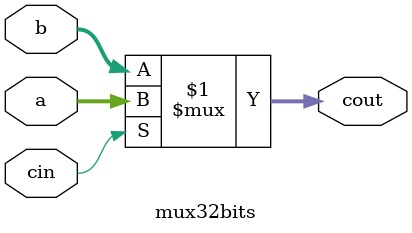
<source format=v>
module mux32bits(cout, a, b, cin);
	input[31:0] a;
	input[31:0] b;
	input cin;
	output[31:0] cout;
	
	assign cout = cin?a:b;
	
	
endmodule

</source>
